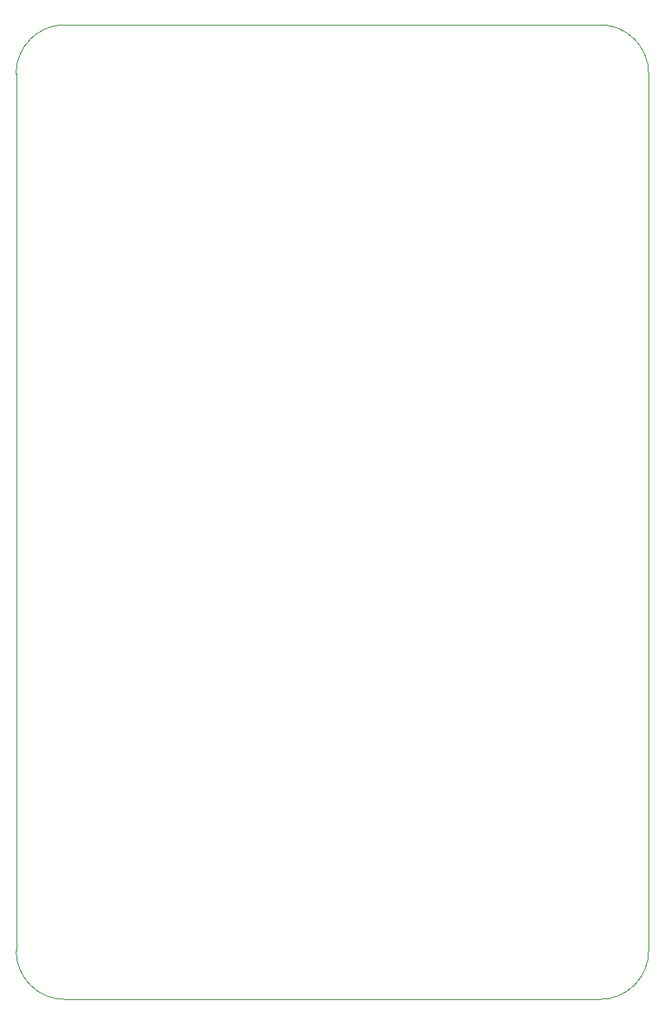
<source format=gbr>
%TF.GenerationSoftware,KiCad,Pcbnew,5.1.10-88a1d61d58~90~ubuntu20.04.1*%
%TF.CreationDate,2021-09-30T19:26:00-03:00*%
%TF.ProjectId,project,70726f6a-6563-4742-9e6b-696361645f70,v1.5*%
%TF.SameCoordinates,Original*%
%TF.FileFunction,Profile,NP*%
%FSLAX46Y46*%
G04 Gerber Fmt 4.6, Leading zero omitted, Abs format (unit mm)*
G04 Created by KiCad (PCBNEW 5.1.10-88a1d61d58~90~ubuntu20.04.1) date 2021-09-30 19:26:00*
%MOMM*%
%LPD*%
G01*
G04 APERTURE LIST*
%TA.AperFunction,Profile*%
%ADD10C,0.050000*%
%TD*%
G04 APERTURE END LIST*
D10*
X95000000Y-55000000D02*
G75*
G02*
X100000000Y-50000000I5000000J0D01*
G01*
X155000000Y-50000000D02*
G75*
G02*
X160000000Y-55000000I0J-5000000D01*
G01*
X160000000Y-145000000D02*
G75*
G02*
X155000000Y-150000000I-5000000J0D01*
G01*
X100000000Y-150000000D02*
G75*
G02*
X95000000Y-145000000I0J5000000D01*
G01*
X95000000Y-145000000D02*
X95000000Y-55000000D01*
X155000000Y-150000000D02*
X100000000Y-150000000D01*
X160000000Y-55000000D02*
X160000000Y-145000000D01*
X100000000Y-50000000D02*
X155000000Y-50000000D01*
M02*

</source>
